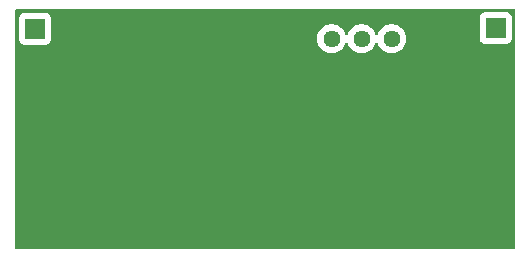
<source format=gbr>
G04 #@! TF.GenerationSoftware,KiCad,Pcbnew,9.0.6*
G04 #@! TF.CreationDate,2025-12-27T09:51:03+05:30*
G04 #@! TF.ProjectId,BC- LM2596 -ADJ,42432d20-4c4d-4323-9539-36202d41444a,rev?*
G04 #@! TF.SameCoordinates,Original*
G04 #@! TF.FileFunction,Copper,L2,Bot*
G04 #@! TF.FilePolarity,Positive*
%FSLAX46Y46*%
G04 Gerber Fmt 4.6, Leading zero omitted, Abs format (unit mm)*
G04 Created by KiCad (PCBNEW 9.0.6) date 2025-12-27 09:51:03*
%MOMM*%
%LPD*%
G01*
G04 APERTURE LIST*
G04 #@! TA.AperFunction,ComponentPad*
%ADD10R,1.700000X1.700000*%
G04 #@! TD*
G04 #@! TA.AperFunction,ComponentPad*
%ADD11C,1.440000*%
G04 #@! TD*
G04 #@! TA.AperFunction,ViaPad*
%ADD12C,0.450000*%
G04 #@! TD*
G04 #@! TA.AperFunction,ViaPad*
%ADD13C,0.600000*%
G04 #@! TD*
G04 APERTURE END LIST*
D10*
X127000000Y-102000000D03*
X127100000Y-118975000D03*
D11*
X157180000Y-102850000D03*
X154640000Y-102850000D03*
X152100000Y-102850000D03*
D10*
X165925000Y-118900000D03*
X166000000Y-101950000D03*
D12*
X144750000Y-112300000D03*
X139850000Y-110900000D03*
X144800000Y-114200000D03*
X144800000Y-113250000D03*
X144900000Y-115250000D03*
D13*
X148850000Y-103600000D03*
D12*
X162750000Y-104300000D03*
X144950000Y-116300000D03*
G04 #@! TA.AperFunction,Conductor*
G36*
X167617539Y-100345185D02*
G01*
X167663294Y-100397989D01*
X167674500Y-100449500D01*
X167674500Y-120550500D01*
X167654815Y-120617539D01*
X167602011Y-120663294D01*
X167550500Y-120674500D01*
X125449500Y-120674500D01*
X125382461Y-120654815D01*
X125336706Y-120602011D01*
X125325500Y-120550500D01*
X125325500Y-101102135D01*
X125649500Y-101102135D01*
X125649500Y-102897870D01*
X125649501Y-102897876D01*
X125655908Y-102957483D01*
X125706202Y-103092328D01*
X125706206Y-103092335D01*
X125792452Y-103207544D01*
X125792455Y-103207547D01*
X125907664Y-103293793D01*
X125907671Y-103293797D01*
X126042517Y-103344091D01*
X126042516Y-103344091D01*
X126049444Y-103344835D01*
X126102127Y-103350500D01*
X127897872Y-103350499D01*
X127957483Y-103344091D01*
X128092331Y-103293796D01*
X128207546Y-103207546D01*
X128293796Y-103092331D01*
X128344091Y-102957483D01*
X128350500Y-102897873D01*
X128350500Y-102753945D01*
X150879500Y-102753945D01*
X150879500Y-102946054D01*
X150909553Y-103135802D01*
X150968916Y-103318506D01*
X150985218Y-103350500D01*
X151056135Y-103489681D01*
X151169055Y-103645102D01*
X151304898Y-103780945D01*
X151460319Y-103893865D01*
X151631491Y-103981082D01*
X151631493Y-103981083D01*
X151722845Y-104010764D01*
X151814199Y-104040447D01*
X152003945Y-104070500D01*
X152003946Y-104070500D01*
X152196054Y-104070500D01*
X152196055Y-104070500D01*
X152385801Y-104040447D01*
X152568509Y-103981082D01*
X152739681Y-103893865D01*
X152895102Y-103780945D01*
X153030945Y-103645102D01*
X153143865Y-103489681D01*
X153231082Y-103318509D01*
X153231084Y-103318504D01*
X153252069Y-103253919D01*
X153291506Y-103196243D01*
X153355864Y-103169044D01*
X153424711Y-103180958D01*
X153476187Y-103228202D01*
X153487931Y-103253919D01*
X153508915Y-103318504D01*
X153525218Y-103350500D01*
X153596135Y-103489681D01*
X153709055Y-103645102D01*
X153844898Y-103780945D01*
X154000319Y-103893865D01*
X154171491Y-103981082D01*
X154171493Y-103981083D01*
X154262845Y-104010764D01*
X154354199Y-104040447D01*
X154543945Y-104070500D01*
X154543946Y-104070500D01*
X154736054Y-104070500D01*
X154736055Y-104070500D01*
X154925801Y-104040447D01*
X155108509Y-103981082D01*
X155279681Y-103893865D01*
X155435102Y-103780945D01*
X155570945Y-103645102D01*
X155683865Y-103489681D01*
X155771082Y-103318509D01*
X155771084Y-103318504D01*
X155792069Y-103253919D01*
X155831506Y-103196243D01*
X155895864Y-103169044D01*
X155964711Y-103180958D01*
X156016187Y-103228202D01*
X156027931Y-103253919D01*
X156048915Y-103318504D01*
X156065218Y-103350500D01*
X156136135Y-103489681D01*
X156249055Y-103645102D01*
X156384898Y-103780945D01*
X156540319Y-103893865D01*
X156711491Y-103981082D01*
X156711493Y-103981083D01*
X156802845Y-104010764D01*
X156894199Y-104040447D01*
X157083945Y-104070500D01*
X157083946Y-104070500D01*
X157276054Y-104070500D01*
X157276055Y-104070500D01*
X157465801Y-104040447D01*
X157648509Y-103981082D01*
X157819681Y-103893865D01*
X157975102Y-103780945D01*
X158110945Y-103645102D01*
X158223865Y-103489681D01*
X158311082Y-103318509D01*
X158370447Y-103135801D01*
X158400500Y-102946055D01*
X158400500Y-102753945D01*
X158370447Y-102564199D01*
X158340424Y-102471797D01*
X158311083Y-102381493D01*
X158223864Y-102210318D01*
X158110945Y-102054898D01*
X157975102Y-101919055D01*
X157819681Y-101806135D01*
X157648506Y-101718916D01*
X157465802Y-101659553D01*
X157370928Y-101644526D01*
X157276055Y-101629500D01*
X157083945Y-101629500D01*
X157020696Y-101639517D01*
X156894197Y-101659553D01*
X156711493Y-101718916D01*
X156540318Y-101806135D01*
X156451645Y-101870560D01*
X156384898Y-101919055D01*
X156384896Y-101919057D01*
X156384895Y-101919057D01*
X156249057Y-102054895D01*
X156249057Y-102054896D01*
X156249055Y-102054898D01*
X156200560Y-102121645D01*
X156136135Y-102210318D01*
X156048916Y-102381493D01*
X156027931Y-102446081D01*
X155988494Y-102503756D01*
X155924135Y-102530955D01*
X155855289Y-102519041D01*
X155803813Y-102471797D01*
X155792069Y-102446081D01*
X155771083Y-102381493D01*
X155683864Y-102210318D01*
X155570945Y-102054898D01*
X155435102Y-101919055D01*
X155279681Y-101806135D01*
X155108506Y-101718916D01*
X154925802Y-101659553D01*
X154830928Y-101644526D01*
X154736055Y-101629500D01*
X154543945Y-101629500D01*
X154480696Y-101639517D01*
X154354197Y-101659553D01*
X154171493Y-101718916D01*
X154000318Y-101806135D01*
X153911645Y-101870560D01*
X153844898Y-101919055D01*
X153844896Y-101919057D01*
X153844895Y-101919057D01*
X153709057Y-102054895D01*
X153709057Y-102054896D01*
X153709055Y-102054898D01*
X153660560Y-102121645D01*
X153596135Y-102210318D01*
X153508916Y-102381493D01*
X153487931Y-102446081D01*
X153448494Y-102503756D01*
X153384135Y-102530955D01*
X153315289Y-102519041D01*
X153263813Y-102471797D01*
X153252069Y-102446081D01*
X153231083Y-102381493D01*
X153143864Y-102210318D01*
X153030945Y-102054898D01*
X152895102Y-101919055D01*
X152739681Y-101806135D01*
X152568506Y-101718916D01*
X152385802Y-101659553D01*
X152290928Y-101644526D01*
X152196055Y-101629500D01*
X152003945Y-101629500D01*
X151940696Y-101639517D01*
X151814197Y-101659553D01*
X151631493Y-101718916D01*
X151460318Y-101806135D01*
X151371645Y-101870560D01*
X151304898Y-101919055D01*
X151304896Y-101919057D01*
X151304895Y-101919057D01*
X151169057Y-102054895D01*
X151169057Y-102054896D01*
X151169055Y-102054898D01*
X151120560Y-102121645D01*
X151056135Y-102210318D01*
X150968916Y-102381493D01*
X150909553Y-102564197D01*
X150879500Y-102753945D01*
X128350500Y-102753945D01*
X128350499Y-101102128D01*
X128345125Y-101052135D01*
X164649500Y-101052135D01*
X164649500Y-102847870D01*
X164649501Y-102847876D01*
X164655908Y-102907483D01*
X164706202Y-103042328D01*
X164706206Y-103042335D01*
X164792452Y-103157544D01*
X164792455Y-103157547D01*
X164907664Y-103243793D01*
X164907671Y-103243797D01*
X165042517Y-103294091D01*
X165042516Y-103294091D01*
X165049444Y-103294835D01*
X165102127Y-103300500D01*
X166897872Y-103300499D01*
X166957483Y-103294091D01*
X167092331Y-103243796D01*
X167207546Y-103157546D01*
X167293796Y-103042331D01*
X167344091Y-102907483D01*
X167350500Y-102847873D01*
X167350499Y-101052128D01*
X167344091Y-100992517D01*
X167293796Y-100857669D01*
X167293795Y-100857668D01*
X167293793Y-100857664D01*
X167207547Y-100742455D01*
X167207544Y-100742452D01*
X167092335Y-100656206D01*
X167092328Y-100656202D01*
X166957482Y-100605908D01*
X166957483Y-100605908D01*
X166897883Y-100599501D01*
X166897881Y-100599500D01*
X166897873Y-100599500D01*
X166897864Y-100599500D01*
X165102129Y-100599500D01*
X165102123Y-100599501D01*
X165042516Y-100605908D01*
X164907671Y-100656202D01*
X164907664Y-100656206D01*
X164792455Y-100742452D01*
X164792452Y-100742455D01*
X164706206Y-100857664D01*
X164706202Y-100857671D01*
X164655908Y-100992517D01*
X164650533Y-101042516D01*
X164649501Y-101052123D01*
X164649500Y-101052135D01*
X128345125Y-101052135D01*
X128344091Y-101042517D01*
X128325442Y-100992517D01*
X128293797Y-100907671D01*
X128293793Y-100907664D01*
X128207547Y-100792455D01*
X128207544Y-100792452D01*
X128092335Y-100706206D01*
X128092328Y-100706202D01*
X127957482Y-100655908D01*
X127957483Y-100655908D01*
X127897883Y-100649501D01*
X127897881Y-100649500D01*
X127897873Y-100649500D01*
X127897864Y-100649500D01*
X126102129Y-100649500D01*
X126102123Y-100649501D01*
X126042516Y-100655908D01*
X125907671Y-100706202D01*
X125907664Y-100706206D01*
X125792455Y-100792452D01*
X125792452Y-100792455D01*
X125706206Y-100907664D01*
X125706202Y-100907671D01*
X125655908Y-101042517D01*
X125649501Y-101102116D01*
X125649501Y-101102123D01*
X125649500Y-101102135D01*
X125325500Y-101102135D01*
X125325500Y-100449500D01*
X125345185Y-100382461D01*
X125397989Y-100336706D01*
X125449500Y-100325500D01*
X167550500Y-100325500D01*
X167617539Y-100345185D01*
G37*
G04 #@! TD.AperFunction*
M02*

</source>
